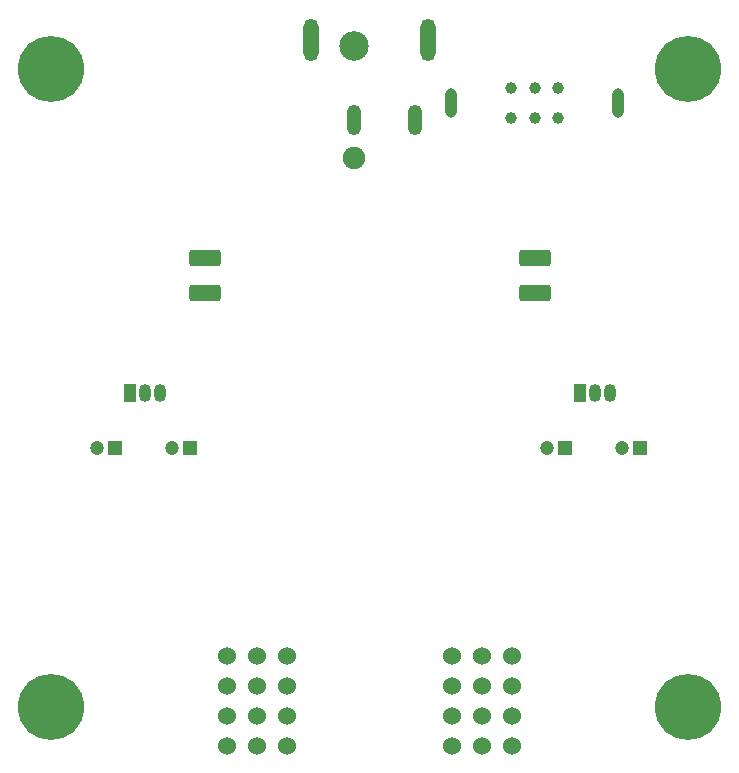
<source format=gbr>
%TF.GenerationSoftware,KiCad,Pcbnew,7.0.2*%
%TF.CreationDate,2023-05-27T17:02:01+02:00*%
%TF.ProjectId,benchpsu_barreljack_adapter,62656e63-6870-4737-955f-62617272656c,rev?*%
%TF.SameCoordinates,Original*%
%TF.FileFunction,Soldermask,Bot*%
%TF.FilePolarity,Negative*%
%FSLAX46Y46*%
G04 Gerber Fmt 4.6, Leading zero omitted, Abs format (unit mm)*
G04 Created by KiCad (PCBNEW 7.0.2) date 2023-05-27 17:02:01*
%MOMM*%
%LPD*%
G01*
G04 APERTURE LIST*
G04 Aperture macros list*
%AMRoundRect*
0 Rectangle with rounded corners*
0 $1 Rounding radius*
0 $2 $3 $4 $5 $6 $7 $8 $9 X,Y pos of 4 corners*
0 Add a 4 corners polygon primitive as box body*
4,1,4,$2,$3,$4,$5,$6,$7,$8,$9,$2,$3,0*
0 Add four circle primitives for the rounded corners*
1,1,$1+$1,$2,$3*
1,1,$1+$1,$4,$5*
1,1,$1+$1,$6,$7*
1,1,$1+$1,$8,$9*
0 Add four rect primitives between the rounded corners*
20,1,$1+$1,$2,$3,$4,$5,0*
20,1,$1+$1,$4,$5,$6,$7,0*
20,1,$1+$1,$6,$7,$8,$9,0*
20,1,$1+$1,$8,$9,$2,$3,0*%
G04 Aperture macros list end*
%ADD10C,1.524000*%
%ADD11C,3.600000*%
%ADD12C,5.600000*%
%ADD13R,1.050000X1.500000*%
%ADD14O,1.050000X1.500000*%
%ADD15R,1.200000X1.200000*%
%ADD16C,1.200000*%
%ADD17C,1.000000*%
%ADD18O,1.000000X2.500000*%
%ADD19C,2.500000*%
%ADD20O,1.200000X2.600000*%
%ADD21C,1.900000*%
%ADD22O,1.300000X3.600000*%
%ADD23RoundRect,0.250001X-1.074999X0.462499X-1.074999X-0.462499X1.074999X-0.462499X1.074999X0.462499X0*%
G04 APERTURE END LIST*
D10*
%TO.C,J1*%
X145415000Y-131846000D03*
X145415000Y-129306000D03*
X145415000Y-126766000D03*
X145415000Y-124226000D03*
X142875000Y-131846000D03*
X142875000Y-129306000D03*
X142875000Y-126766000D03*
X142875000Y-124226000D03*
X140335000Y-131846000D03*
X140335000Y-129306000D03*
X140335000Y-126766000D03*
X140335000Y-124226000D03*
%TD*%
%TO.C,J2*%
X164465000Y-131846000D03*
X164465000Y-129306000D03*
X164465000Y-126766000D03*
X164465000Y-124226000D03*
X161925000Y-131846000D03*
X161925000Y-129306000D03*
X161925000Y-126766000D03*
X161925000Y-124226000D03*
X159385000Y-131846000D03*
X159385000Y-129306000D03*
X159385000Y-126766000D03*
X159385000Y-124226000D03*
%TD*%
D11*
%TO.C,H1*%
X179400000Y-128600000D03*
D12*
X179400000Y-128600000D03*
%TD*%
D13*
%TO.C,U2*%
X170180000Y-101960000D03*
D14*
X171450000Y-101960000D03*
X172720000Y-101960000D03*
%TD*%
D15*
%TO.C,C2*%
X168910000Y-106680000D03*
D16*
X167410000Y-106680000D03*
%TD*%
D11*
%TO.C,H2*%
X179400000Y-74600000D03*
D12*
X179400000Y-74600000D03*
%TD*%
D13*
%TO.C,U1*%
X132080000Y-101960000D03*
D14*
X133350000Y-101960000D03*
X134620000Y-101960000D03*
%TD*%
D17*
%TO.C,SW1*%
X168370000Y-78680000D03*
X166370000Y-78680000D03*
X164370000Y-78680000D03*
X168370000Y-76180000D03*
X166370000Y-76180000D03*
X164370000Y-76180000D03*
D18*
X173420000Y-77430000D03*
X159320000Y-77430000D03*
%TD*%
D11*
%TO.C,H3*%
X125400000Y-74600000D03*
D12*
X125400000Y-74600000D03*
%TD*%
D15*
%TO.C,C1*%
X130810000Y-106680000D03*
D16*
X129310000Y-106680000D03*
%TD*%
D15*
%TO.C,C3*%
X137160000Y-106680000D03*
D16*
X135660000Y-106680000D03*
%TD*%
D11*
%TO.C,H4*%
X125400000Y-128600000D03*
D12*
X125400000Y-128600000D03*
%TD*%
D19*
%TO.C,J3*%
X151075000Y-72600000D03*
D20*
X156275000Y-78850000D03*
X151075000Y-78850000D03*
D21*
X151075000Y-82100000D03*
D22*
X147455000Y-72100000D03*
X157305000Y-72100000D03*
%TD*%
D15*
%TO.C,C4*%
X175260000Y-106680000D03*
D16*
X173760000Y-106680000D03*
%TD*%
D23*
%TO.C,D2*%
X138430000Y-90587500D03*
X138430000Y-93562500D03*
%TD*%
%TO.C,D4*%
X166370000Y-90587500D03*
X166370000Y-93562500D03*
%TD*%
M02*

</source>
